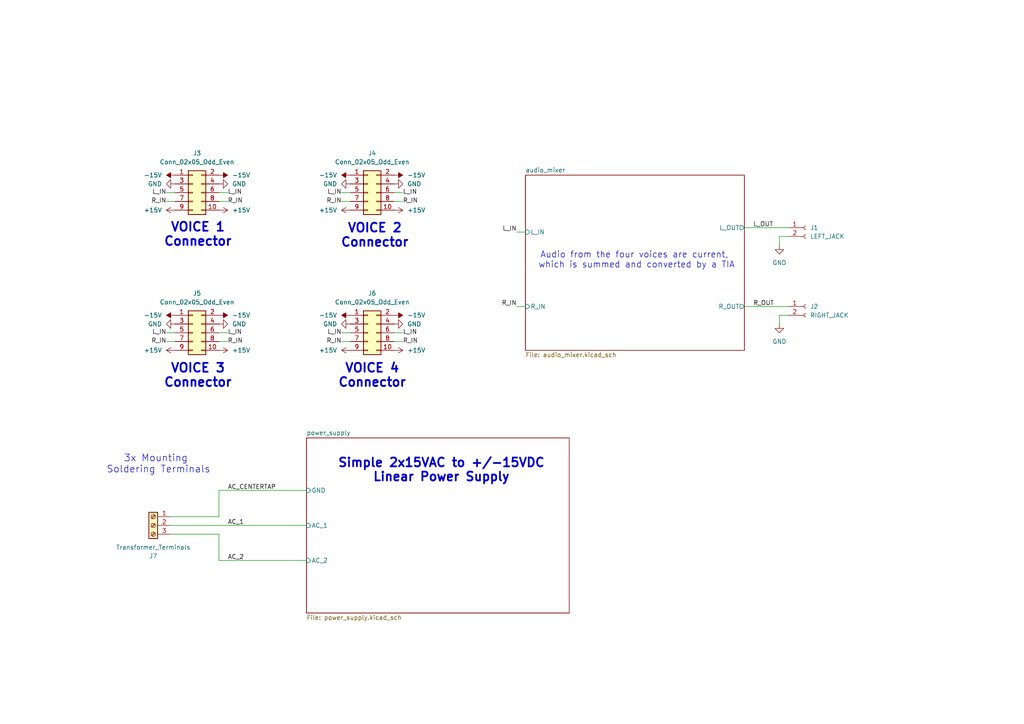
<source format=kicad_sch>
(kicad_sch (version 20231120) (generator "eeschema") (generator_version "8.0")
  (paper "A4")
  (lib_symbols
    (symbol "Connector:Conn_01x02_Socket" (pin_names (offset 1.016) hide)
      (property "Reference" "J" (at 0 2.54 0))
      (property "Value" "Conn_01x02_Socket" (at 0 -5.08 0))
      (symbol "Conn_01x02_Socket_1_1"
        (arc (start 0 -2.032) (mid -0.5058 -2.54) (end 0 -3.048) (stroke (width 0.1524)))
        (polyline (pts (xy -1.27 -2.54) (xy -0.508 -2.54)) (stroke (width 0.1524)))
        (polyline (pts (xy -1.27 0) (xy -0.508 0)) (stroke (width 0.1524)))
        (arc (start 0 0.508) (mid -0.5058 0) (end 0 -0.508) (stroke (width 0.1524)))
        (pin passive line (at -5.08 0 0) (length 3.81) (name "Pin_1") (number "1"))
        (pin passive line (at -5.08 -2.54 0) (length 3.81) (name "Pin_2") (number "2"))
      )
    )
    (symbol "Connector:Screw_Terminal_01x03" (pin_names (offset 1.016) hide)
      (property "Reference" "J" (at 0 5.08 0))
      (property "Value" "Screw_Terminal_01x03" (at 0 -5.08 0))
      (symbol "Screw_Terminal_01x03_1_1"
        (rectangle (start -1.27 3.81) (end 1.27 -3.81) (stroke (width 0.254)) (fill (type background)))
        (circle (center 0 -2.54) (radius 0.635) (stroke (width 0.1524)))
        (polyline (pts (xy -0.5334 -2.2098) (xy 0.3302 -3.048)) (stroke (width 0.1524)))
        (polyline (pts (xy -0.5334 0.3302) (xy 0.3302 -0.508)) (stroke (width 0.1524)))
        (polyline (pts (xy -0.5334 2.8702) (xy 0.3302 2.032)) (stroke (width 0.1524)))
        (polyline (pts (xy -0.3556 -2.032) (xy 0.508 -2.8702)) (stroke (width 0.1524)))
        (polyline (pts (xy -0.3556 0.508) (xy 0.508 -0.3302)) (stroke (width 0.1524)))
        (polyline (pts (xy -0.3556 3.048) (xy 0.508 2.2098)) (stroke (width 0.1524)))
        (circle (center 0 0) (radius 0.635) (stroke (width 0.1524)))
        (circle (center 0 2.54) (radius 0.635) (stroke (width 0.1524)))
        (pin passive line (at -5.08 2.54 0) (length 3.81) (name "Pin_1") (number "1"))
        (pin passive line (at -5.08 0 0) (length 3.81) (name "Pin_2") (number "2"))
        (pin passive line (at -5.08 -2.54 0) (length 3.81) (name "Pin_3") (number "3"))
      )
    )
    (symbol "Connector_Generic:Conn_02x05_Odd_Even" (pin_names (offset 1.016) hide)
      (property "Reference" "J" (at 1.27 7.62 0))
      (property "Value" "Conn_02x05_Odd_Even" (at 1.27 -7.62 0))
      (symbol "Conn_02x05_Odd_Even_1_1"
        (rectangle (start -1.27 -4.953) (end 0 -5.207) (stroke (width 0.1524)))
        (rectangle (start -1.27 -2.413) (end 0 -2.667) (stroke (width 0.1524)))
        (rectangle (start -1.27 0.127) (end 0 -0.127) (stroke (width 0.1524)))
        (rectangle (start -1.27 2.667) (end 0 2.413) (stroke (width 0.1524)))
        (rectangle (start -1.27 5.207) (end 0 4.953) (stroke (width 0.1524)))
        (rectangle (start -1.27 6.35) (end 3.81 -6.35) (stroke (width 0.254)) (fill (type background)))
        (rectangle (start 3.81 -4.953) (end 2.54 -5.207) (stroke (width 0.1524)))
        (rectangle (start 3.81 -2.413) (end 2.54 -2.667) (stroke (width 0.1524)))
        (rectangle (start 3.81 0.127) (end 2.54 -0.127) (stroke (width 0.1524)))
        (rectangle (start 3.81 2.667) (end 2.54 2.413) (stroke (width 0.1524)))
        (rectangle (start 3.81 5.207) (end 2.54 4.953) (stroke (width 0.1524)))
        (pin passive line (at -5.08 5.08 0) (length 3.81) (name "Pin_1") (number "1"))
        (pin passive line (at 7.62 -5.08 180) (length 3.81) (name "Pin_10") (number "10"))
        (pin passive line (at 7.62 5.08 180) (length 3.81) (name "Pin_2") (number "2"))
        (pin passive line (at -5.08 2.54 0) (length 3.81) (name "Pin_3") (number "3"))
        (pin passive line (at 7.62 2.54 180) (length 3.81) (name "Pin_4") (number "4"))
        (pin passive line (at -5.08 0 0) (length 3.81) (name "Pin_5") (number "5"))
        (pin passive line (at 7.62 0 180) (length 3.81) (name "Pin_6") (number "6"))
        (pin passive line (at -5.08 -2.54 0) (length 3.81) (name "Pin_7") (number "7"))
        (pin passive line (at 7.62 -2.54 180) (length 3.81) (name "Pin_8") (number "8"))
        (pin passive line (at -5.08 -5.08 0) (length 3.81) (name "Pin_9") (number "9"))
      )
    )
    (symbol "power:+15V" (power) (pin_numbers hide) (pin_names (offset 0) hide)
      (property "Value" "+15V" (at 0 3.556 0))
      (symbol "+15V_0_1"
        (polyline (pts (xy -0.762 1.27) (xy 0 2.54)))
        (polyline (pts (xy 0 0) (xy 0 2.54)))
        (polyline (pts (xy 0 2.54) (xy 0.762 1.27)))
      )
      (symbol "+15V_1_1"
        (pin power_in line (at 0 0 90) (length 0) (name "~") (number "1"))
      )
    )
    (symbol "power:-15V" (power) (pin_numbers hide) (pin_names (offset 0) hide)
      (property "Value" "-15V" (at 0 3.556 0))
      (symbol "-15V_0_0"
        (pin power_in line (at 0 0 90) (length 0) (name "~") (number "1"))
      )
      (symbol "-15V_0_1"
        (polyline (pts (xy 0 0) (xy 0 1.27) (xy 0.762 1.27) (xy 0 2.54) (xy -0.762 1.27) (xy 0 1.27)) (fill (type outline)))
      )
    )
    (symbol "power:GND" (power) (pin_numbers hide) (pin_names (offset 0) hide)
      (property "Value" "GND" (at 0 -3.81 0))
      (symbol "GND_0_1"
        (polyline (pts (xy 0 0) (xy 0 -1.27) (xy 1.27 -1.27) (xy 0 -2.54) (xy -1.27 -1.27) (xy 0 -1.27)))
      )
      (symbol "GND_1_1"
        (pin power_in line (at 0 0 270) (length 0) (name "~") (number "1"))
      )
    )
  )
  (wire (pts (xy 63.5 162.56) (xy 88.9 162.56)))
  (wire (pts (xy 99.06 55.88) (xy 101.6 55.88)))
  (wire (pts (xy 114.3 96.52) (xy 116.84 96.52)))
  (wire (pts (xy 63.5 142.24) (xy 88.9 142.24)))
  (wire (pts (xy 226.06 91.44) (xy 226.06 93.98)))
  (wire (pts (xy 63.5 154.94) (xy 63.5 162.56)))
  (wire (pts (xy 63.5 149.86) (xy 63.5 142.24)))
  (wire (pts (xy 99.06 96.52) (xy 101.6 96.52)))
  (wire (pts (xy 63.5 58.42) (xy 66.04 58.42)))
  (wire (pts (xy 49.53 154.94) (xy 63.5 154.94)))
  (wire (pts (xy 114.3 55.88) (xy 116.84 55.88)))
  (wire (pts (xy 226.06 68.58) (xy 226.06 71.12)))
  (wire (pts (xy 48.26 55.88) (xy 50.8 55.88)))
  (wire (pts (xy 149.86 88.9) (xy 152.4 88.9)))
  (wire (pts (xy 63.5 99.06) (xy 66.04 99.06)))
  (wire (pts (xy 49.53 152.4) (xy 88.9 152.4)))
  (wire (pts (xy 149.86 67.31) (xy 152.4 67.31)))
  (wire (pts (xy 215.9 88.9) (xy 228.6 88.9)))
  (wire (pts (xy 49.53 149.86) (xy 63.5 149.86)))
  (wire (pts (xy 228.6 68.58) (xy 226.06 68.58)))
  (wire (pts (xy 114.3 58.42) (xy 116.84 58.42)))
  (wire (pts (xy 48.26 99.06) (xy 50.8 99.06)))
  (wire (pts (xy 99.06 99.06) (xy 101.6 99.06)))
  (wire (pts (xy 228.6 91.44) (xy 226.06 91.44)))
  (wire (pts (xy 48.26 58.42) (xy 50.8 58.42)))
  (wire (pts (xy 63.5 96.52) (xy 66.04 96.52)))
  (wire (pts (xy 215.9 66.04) (xy 228.6 66.04)))
  (wire (pts (xy 114.3 99.06) (xy 116.84 99.06)))
  (wire (pts (xy 99.06 58.42) (xy 101.6 58.42)))
  (wire (pts (xy 63.5 55.88) (xy 66.04 55.88)))
  (wire (pts (xy 48.26 96.52) (xy 50.8 96.52)))
  (text "Audio from the four voices are current, \nwhich is summed and converted by a TIA" (at 184.658 75.438 0) (effects (font (size 1.8 1.8))))
  (text "Simple 2x15VAC to +/-15VDC\nLinear Power Supply" (at 128.016 136.398 0) (effects (font (size 2.54 2.54) (thickness 0.508) (bold yes))))
  (text "3x Mounting \nSoldering Terminals" (at 45.974 134.62 0) (effects (font (size 2 2))))
  (text "VOICE 2\nConnector" (at 108.712 68.326 0) (effects (font (size 2.57 2.57) (thickness 0.514) (bold yes))))
  (text "VOICE 1\nConnector" (at 57.404 68.072 0) (effects (font (size 2.57 2.57) (thickness 0.514) (bold yes))))
  (text "VOICE 4\nConnector" (at 107.95 108.966 0) (effects (font (size 2.57 2.57) (thickness 0.514) (bold yes))))
  (text "VOICE 3\nConnector" (at 57.404 108.966 0) (effects (font (size 2.57 2.57) (thickness 0.514) (bold yes))))
  (label "L_IN" (at 48.26 55.88 180))
  (label "L_IN" (at 48.26 96.52 180))
  (label "R_IN" (at 99.06 99.06 180))
  (label "L_IN" (at 116.84 96.52 0))
  (label "R_IN" (at 48.26 99.06 180))
  (label "L_IN" (at 99.06 96.52 180))
  (label "R_IN" (at 66.04 99.06 0))
  (label "L_OUT" (at 218.44 66.04 0))
  (label "R_IN" (at 66.04 58.42 0))
  (label "L_IN" (at 149.86 67.31 180))
  (label "AC_2" (at 66.04 162.56 0))
  (label "AC_CENTERTAP" (at 66.04 142.24 0))
  (label "R_IN" (at 149.86 88.9 180))
  (label "R_IN" (at 99.06 58.42 180))
  (label "L_IN" (at 66.04 96.52 0))
  (label "L_IN" (at 99.06 55.88 180))
  (label "L_IN" (at 116.84 55.88 0))
  (label "AC_1" (at 66.04 152.4 0))
  (label "R_IN" (at 48.26 58.42 180))
  (label "R_IN" (at 116.84 99.06 0))
  (label "L_IN" (at 66.04 55.88 0))
  (label "R_IN" (at 116.84 58.42 0))
  (label "R_OUT" (at 218.44 88.9 0))
  (symbol (lib_id "power:+15V") (at 50.8 101.6 90) (unit 1)
    (property "Reference" "#PWR033" (effects (hide yes)))
    (property "Value" "+15V" (at 46.99 101.5999 90) (effects (justify left)))
    (property "Description" "Power symbol creates a global label with name \"+15V\"" (effects (hide yes)))
  )
  (symbol (lib_id "power:-15V") (at 114.3 91.44 270) (unit 1)
    (property "Reference" "#PWR012" (effects (hide yes)))
    (property "Value" "-15V" (at 118.11 91.4399 90) (effects (justify left)))
    (property "Description" "Power symbol creates a global label with name \"-15V\"" (effects (hide yes)))
  )
  (symbol (lib_id "Connector_Generic:Conn_02x05_Odd_Even") (at 106.68 55.88 0) (unit 1)
    (property "Reference" "J4" (at 107.95 44.45 0))
    (property "Value" "Conn_02x05_Odd_Even" (at 107.95 46.99 0))
    (property "Footprint" "Connector_IDC:IDC-Header_2x05_P2.54mm_Vertical" (effects (hide yes)))
    (property "Description" "Generic connector, double row, 02x05, odd/even pin numbering scheme (row 1 odd numbers, row 2 even numbers), script generated (kicad-library-utils/schlib/autogen/connector/)" (effects (hide yes)))
  )
  (symbol (lib_id "power:GND") (at 226.06 71.12 0) (unit 1)
    (property "Reference" "#PWR06" (effects (hide yes)))
    (property "Value" "GND" (at 226.06 76.2 0))
    (property "Description" "Power symbol creates a global label with name \"GND\" , ground" (effects (hide yes)))
  )
  (symbol (lib_id "power:GND") (at 50.8 93.98 270) (unit 1)
    (property "Reference" "#PWR015" (effects (hide yes)))
    (property "Value" "GND" (at 46.99 93.9799 90) (effects (justify right)))
    (property "Description" "Power symbol creates a global label with name \"GND\" , ground" (effects (hide yes)))
  )
  (symbol (lib_id "Connector_Generic:Conn_02x05_Odd_Even") (at 106.68 96.52 0) (unit 1)
    (property "Reference" "J6" (at 107.95 85.09 0))
    (property "Value" "Conn_02x05_Odd_Even" (at 107.95 87.63 0))
    (property "Footprint" "Connector_IDC:IDC-Header_2x05_P2.54mm_Vertical" (effects (hide yes)))
    (property "Description" "Generic connector, double row, 02x05, odd/even pin numbering scheme (row 1 odd numbers, row 2 even numbers), script generated (kicad-library-utils/schlib/autogen/connector/)" (effects (hide yes)))
  )
  (symbol (lib_id "power:GND") (at 63.5 53.34 90) (unit 1)
    (property "Reference" "#PWR020" (effects (hide yes)))
    (property "Value" "GND" (at 67.31 53.3399 90) (effects (justify right)))
    (property "Description" "Power symbol creates a global label with name \"GND\" , ground" (effects (hide yes)))
  )
  (symbol (lib_id "power:GND") (at 63.5 93.98 90) (unit 1)
    (property "Reference" "#PWR016" (effects (hide yes)))
    (property "Value" "GND" (at 67.31 93.9799 90) (effects (justify right)))
    (property "Description" "Power symbol creates a global label with name \"GND\" , ground" (effects (hide yes)))
  )
  (symbol (lib_id "power:+15V") (at 114.3 101.6 270) (unit 1)
    (property "Reference" "#PWR036" (effects (hide yes)))
    (property "Value" "+15V" (at 118.11 101.5999 90) (effects (justify left)))
    (property "Description" "Power symbol creates a global label with name \"+15V\"" (effects (hide yes)))
  )
  (symbol (lib_id "power:-15V") (at 50.8 91.44 90) (unit 1)
    (property "Reference" "#PWR09" (effects (hide yes)))
    (property "Value" "-15V" (at 46.99 91.4399 90) (effects (justify left)))
    (property "Description" "Power symbol creates a global label with name \"-15V\"" (effects (hide yes)))
  )
  (symbol (lib_id "power:GND") (at 101.6 93.98 270) (unit 1)
    (property "Reference" "#PWR027" (effects (hide yes)))
    (property "Value" "GND" (at 97.79 93.9799 90) (effects (justify right)))
    (property "Description" "Power symbol creates a global label with name \"GND\" , ground" (effects (hide yes)))
  )
  (symbol (lib_id "Connector_Generic:Conn_02x05_Odd_Even") (at 55.88 96.52 0) (unit 1)
    (property "Reference" "J5" (at 57.15 85.09 0))
    (property "Value" "Conn_02x05_Odd_Even" (at 57.15 87.63 0))
    (property "Footprint" "Connector_IDC:IDC-Header_2x05_P2.54mm_Vertical" (effects (hide yes)))
    (property "Description" "Generic connector, double row, 02x05, odd/even pin numbering scheme (row 1 odd numbers, row 2 even numbers), script generated (kicad-library-utils/schlib/autogen/connector/)" (effects (hide yes)))
  )
  (symbol (lib_id "power:-15V") (at 101.6 91.44 90) (unit 1)
    (property "Reference" "#PWR011" (effects (hide yes)))
    (property "Value" "-15V" (at 97.79 91.4399 90) (effects (justify left)))
    (property "Description" "Power symbol creates a global label with name \"-15V\"" (effects (hide yes)))
  )
  (symbol (lib_id "power:GND") (at 226.06 93.98 0) (unit 1)
    (property "Reference" "#PWR05" (effects (hide yes)))
    (property "Value" "GND" (at 226.06 99.06 0))
    (property "Description" "Power symbol creates a global label with name \"GND\" , ground" (effects (hide yes)))
  )
  (symbol (lib_id "power:-15V") (at 50.8 50.8 90) (unit 1)
    (property "Reference" "#PWR07" (effects (hide yes)))
    (property "Value" "-15V" (at 46.99 50.7999 90) (effects (justify left)))
    (property "Description" "Power symbol creates a global label with name \"-15V\"" (effects (hide yes)))
  )
  (symbol (lib_id "power:+15V") (at 101.6 101.6 90) (unit 1)
    (property "Reference" "#PWR035" (effects (hide yes)))
    (property "Value" "+15V" (at 97.79 101.5999 90) (effects (justify left)))
    (property "Description" "Power symbol creates a global label with name \"+15V\"" (effects (hide yes)))
  )
  (symbol (lib_id "power:-15V") (at 101.6 50.8 90) (unit 1)
    (property "Reference" "#PWR013" (effects (hide yes)))
    (property "Value" "-15V" (at 97.79 50.7999 90) (effects (justify left)))
    (property "Description" "Power symbol creates a global label with name \"-15V\"" (effects (hide yes)))
  )
  (symbol (lib_id "power:+15V") (at 63.5 101.6 270) (unit 1)
    (property "Reference" "#PWR034" (effects (hide yes)))
    (property "Value" "+15V" (at 67.31 101.5999 90) (effects (justify left)))
    (property "Description" "Power symbol creates a global label with name \"+15V\"" (effects (hide yes)))
  )
  (symbol (lib_id "power:-15V") (at 114.3 50.8 270) (unit 1)
    (property "Reference" "#PWR014" (effects (hide yes)))
    (property "Value" "-15V" (at 118.11 50.7999 90) (effects (justify left)))
    (property "Description" "Power symbol creates a global label with name \"-15V\"" (effects (hide yes)))
  )
  (symbol (lib_id "power:GND") (at 114.3 93.98 90) (unit 1)
    (property "Reference" "#PWR028" (effects (hide yes)))
    (property "Value" "GND" (at 118.11 93.9799 90) (effects (justify right)))
    (property "Description" "Power symbol creates a global label with name \"GND\" , ground" (effects (hide yes)))
  )
  (symbol (lib_id "power:+15V") (at 50.8 60.96 90) (unit 1)
    (property "Reference" "#PWR031" (effects (hide yes)))
    (property "Value" "+15V" (at 46.99 60.9599 90) (effects (justify left)))
    (property "Description" "Power symbol creates a global label with name \"+15V\"" (effects (hide yes)))
  )
  (symbol (lib_id "Connector_Generic:Conn_02x05_Odd_Even") (at 55.88 55.88 0) (unit 1)
    (property "Reference" "J3" (at 57.15 44.45 0))
    (property "Value" "Conn_02x05_Odd_Even" (at 57.15 46.99 0))
    (property "Footprint" "Connector_IDC:IDC-Header_2x05_P2.54mm_Vertical" (effects (hide yes)))
    (property "Description" "Generic connector, double row, 02x05, odd/even pin numbering scheme (row 1 odd numbers, row 2 even numbers), script generated (kicad-library-utils/schlib/autogen/connector/)" (effects (hide yes)))
  )
  (symbol (lib_id "power:+15V") (at 101.6 60.96 90) (unit 1)
    (property "Reference" "#PWR037" (effects (hide yes)))
    (property "Value" "+15V" (at 97.79 60.9599 90) (effects (justify left)))
    (property "Description" "Power symbol creates a global label with name \"+15V\"" (effects (hide yes)))
  )
  (symbol (lib_id "power:+15V") (at 114.3 60.96 270) (unit 1)
    (property "Reference" "#PWR038" (effects (hide yes)))
    (property "Value" "+15V" (at 118.11 60.9599 90) (effects (justify left)))
    (property "Description" "Power symbol creates a global label with name \"+15V\"" (effects (hide yes)))
  )
  (symbol (lib_id "power:-15V") (at 63.5 50.8 270) (unit 1)
    (property "Reference" "#PWR08" (effects (hide yes)))
    (property "Value" "-15V" (at 67.31 50.7999 90) (effects (justify left)))
    (property "Description" "Power symbol creates a global label with name \"-15V\"" (effects (hide yes)))
  )
  (symbol (lib_id "power:GND") (at 114.3 53.34 90) (unit 1)
    (property "Reference" "#PWR024" (effects (hide yes)))
    (property "Value" "GND" (at 118.11 53.3399 90) (effects (justify right)))
    (property "Description" "Power symbol creates a global label with name \"GND\" , ground" (effects (hide yes)))
  )
  (symbol (lib_id "Connector:Conn_01x02_Socket") (at 233.68 88.9 0) (unit 1)
    (property "Reference" "J2" (at 234.95 88.8999 0) (effects (justify left)))
    (property "Value" "RIGHT_JACK" (at 234.95 91.4399 0) (effects (justify left)))
    (property "Footprint" "Connector_PinHeader_2.54mm:PinHeader_1x02_P2.54mm_Vertical" (effects (hide yes)))
    (property "Description" "Generic connector, single row, 01x02, script generated" (effects (hide yes)))
  )
  (symbol (lib_id "power:-15V") (at 63.5 91.44 270) (unit 1)
    (property "Reference" "#PWR010" (effects (hide yes)))
    (property "Value" "-15V" (at 67.31 91.4399 90) (effects (justify left)))
    (property "Description" "Power symbol creates a global label with name \"-15V\"" (effects (hide yes)))
  )
  (symbol (lib_id "power:GND") (at 101.6 53.34 270) (unit 1)
    (property "Reference" "#PWR023" (effects (hide yes)))
    (property "Value" "GND" (at 97.79 53.3399 90) (effects (justify right)))
    (property "Description" "Power symbol creates a global label with name \"GND\" , ground" (effects (hide yes)))
  )
  (symbol (lib_id "power:GND") (at 50.8 53.34 270) (unit 1)
    (property "Reference" "#PWR019" (effects (hide yes)))
    (property "Value" "GND" (at 46.99 53.3399 90) (effects (justify right)))
    (property "Description" "Power symbol creates a global label with name \"GND\" , ground" (effects (hide yes)))
  )
  (symbol (lib_id "Connector:Conn_01x02_Socket") (at 233.68 66.04 0) (unit 1)
    (property "Reference" "J1" (at 234.95 66.0399 0) (effects (justify left)))
    (property "Value" "LEFT_JACK" (at 234.95 68.5799 0) (effects (justify left)))
    (property "Footprint" "Connector_PinHeader_2.54mm:PinHeader_1x02_P2.54mm_Vertical" (effects (hide yes)))
    (property "Description" "Generic connector, single row, 01x02, script generated" (effects (hide yes)))
  )
  (symbol (lib_id "power:+15V") (at 63.5 60.96 270) (unit 1)
    (property "Reference" "#PWR032" (effects (hide yes)))
    (property "Value" "+15V" (at 67.31 60.9599 90) (effects (justify left)))
    (property "Description" "Power symbol creates a global label with name \"+15V\"" (effects (hide yes)))
  )
  (symbol (lib_id "Connector:Screw_Terminal_01x03") (at 44.45 152.4 0) (mirror y) (unit 1)
    (property "Reference" "J7" (at 44.45 161.29 0))
    (property "Value" "Transformer_Terminals" (at 44.45 158.75 0))
    (property "Footprint" "TerminalBlock:TerminalBlock_bornier-3_P5.08mm" (effects (hide yes)))
    (property "Description" "Generic screw terminal, single row, 01x03, script generated (kicad-library-utils/schlib/autogen/connector/)" (effects (hide yes)))
  )
  (sheet (at 152.4 50.8) (size 63.5 50.8) (stroke (width 0.1524))
    (property "Sheetname" "audio_mixer" (at 152.4 50.0884 0) (effects (justify left bottom)))
    (property "Sheetfile" "audio_mixer.kicad_sch" (at 152.4 102.1846 0) (effects (justify left top)))
    (pin "L_OUT" output (at 215.9 66.04 0))
    (pin "L_IN" input (at 152.4 67.31 180))
    (pin "R_IN" input (at 152.4 88.9 180))
    (pin "R_OUT" output (at 215.9 88.9 0))
  )
  (sheet (at 88.9 127) (size 76.2 50.8) (stroke (width 0.1524))
    (property "Sheetname" "power_supply" (at 88.9 126.2884 0) (effects (justify left bottom)))
    (property "Sheetfile" "power_supply.kicad_sch" (at 88.9 178.3846 0) (effects (justify left top)))
    (pin "GND" input (at 88.9 142.24 180))
    (pin "AC_1" input (at 88.9 152.4 180))
    (pin "AC_2" input (at 88.9 162.56 180))
  )
)
</source>
